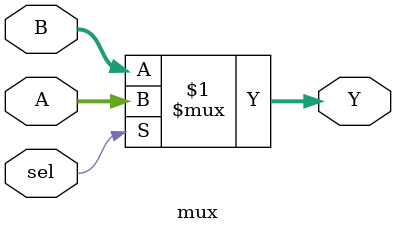
<source format=sv>
module mux (

    input  logic [15:0] A,

    input  logic [15:0] B,

    input  logic sel,

    output logic [15:0] Y

);

    assign Y = sel ? A : B;

endmodule



</source>
